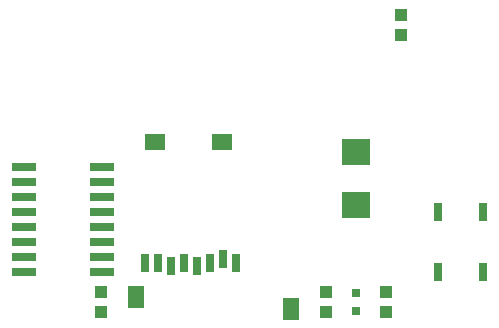
<source format=gbr>
G04 EAGLE Gerber RS-274X export*
G75*
%MOMM*%
%FSLAX34Y34*%
%LPD*%
%INSolderpaste Top*%
%IPPOS*%
%AMOC8*
5,1,8,0,0,1.08239X$1,22.5*%
G01*
%ADD10R,1.800000X1.400000*%
%ADD11R,1.400000X1.900000*%
%ADD12R,0.800000X1.500000*%
%ADD13R,0.762000X1.524000*%
%ADD14R,0.800000X0.800000*%
%ADD15R,1.000000X1.100000*%
%ADD16R,2.032000X0.660400*%
%ADD17R,0.635000X1.270000*%
%ADD18R,2.438400X2.286000*%


D10*
X268000Y173800D03*
X211000Y173800D03*
D11*
X195000Y42300D03*
X326500Y32300D03*
D12*
X279900Y70800D03*
X268900Y74800D03*
X257900Y70800D03*
X246900Y68800D03*
X235900Y70800D03*
X224900Y68800D03*
X213900Y70800D03*
X202900Y70800D03*
D13*
X488950Y114300D03*
X488950Y63500D03*
X450850Y114300D03*
X450850Y63500D03*
D14*
X381000Y30600D03*
X381000Y45600D03*
D15*
X406400Y46600D03*
X406400Y29600D03*
D16*
X166497Y63500D03*
X166497Y76200D03*
X166497Y88900D03*
X166497Y101600D03*
X166497Y114300D03*
X166497Y127000D03*
X166497Y139700D03*
X166497Y152400D03*
X100203Y152400D03*
X100203Y139700D03*
X100203Y127000D03*
X100203Y114300D03*
X100203Y101600D03*
X100203Y88900D03*
X100203Y76200D03*
X100203Y63500D03*
D17*
X376881Y120650D03*
X385119Y120650D03*
D18*
X381000Y120650D03*
D17*
X376881Y165100D03*
X385119Y165100D03*
D18*
X381000Y165100D03*
D15*
X165100Y46600D03*
X165100Y29600D03*
X355600Y46600D03*
X355600Y29600D03*
X419100Y264550D03*
X419100Y281550D03*
M02*

</source>
